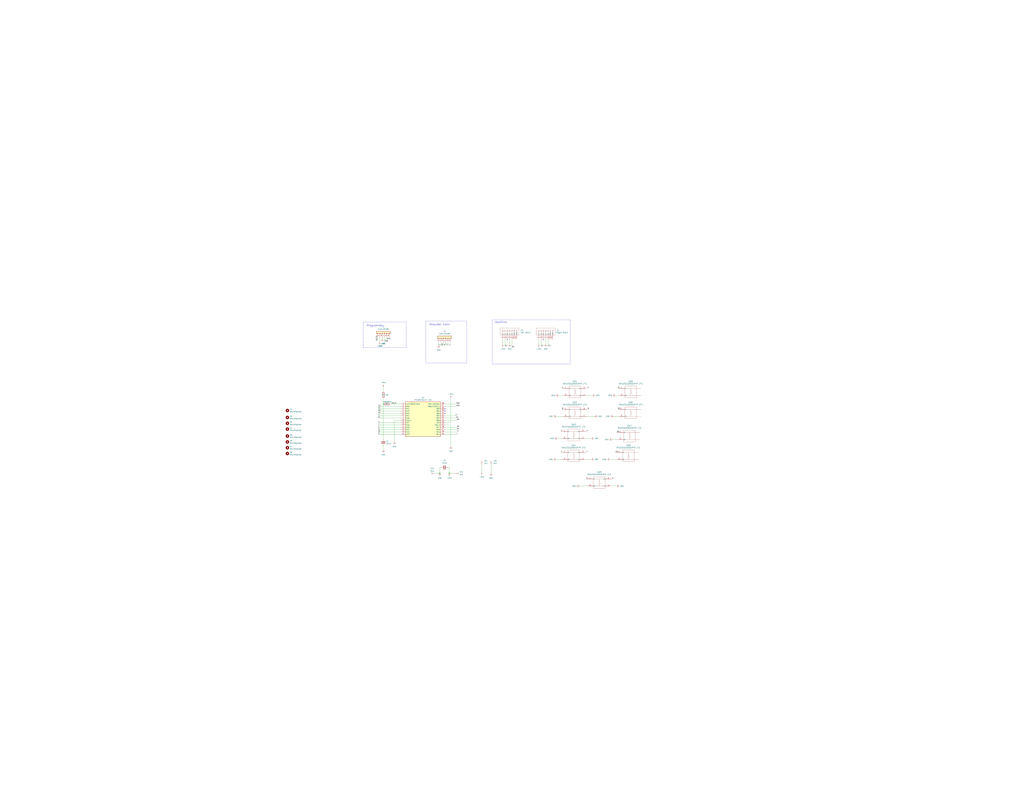
<source format=kicad_sch>
(kicad_sch (version 20230121) (generator eeschema)
  (paper "E")
  (title_block (title "GBoyGCPlus") (date "2024-02-18") (rev "1") (company "Seamus"))
  (lib_symbols
    (symbol "Connector:TestPoint" (pin_numbers hide) (pin_names (offset 0.762) hide)
      (property "Reference" "TP" (at 0 6.858 0))
      (property "Value" "TestPoint" (at 0 5.08 0))
      (symbol "TestPoint_0_1"
        (circle (center 0 3.302) (radius 0.762))
      )
      (symbol "TestPoint_1_1"
        (pin passive line (at 0 0 90) (length 2.54) (name "1") (number "1"))
      )
    )
    (symbol "Connector_Generic:Conn_01x06" (pin_names (offset 1.016) hide)
      (property "Reference" "J" (at 0 7.62 0))
      (property "Value" "Conn_01x06" (at 0 -10.16 0))
      (symbol "Conn_01x06_1_1"
        (rectangle (start -1.27 -7.493) (end 0 -7.747) (stroke (width 0.1524)))
        (rectangle (start -1.27 -4.953) (end 0 -5.207) (stroke (width 0.1524)))
        (rectangle (start -1.27 -2.413) (end 0 -2.667) (stroke (width 0.1524)))
        (rectangle (start -1.27 0.127) (end 0 -0.127) (stroke (width 0.1524)))
        (rectangle (start -1.27 2.667) (end 0 2.413) (stroke (width 0.1524)))
        (rectangle (start -1.27 5.207) (end 0 4.953) (stroke (width 0.1524)))
        (rectangle (start -1.27 6.35) (end 1.27 -8.89) (stroke (width 0.254)) (fill (type background)))
        (pin passive line (at -5.08 5.08 0) (length 3.81) (name "Pin_1") (number "1"))
        (pin passive line (at -5.08 2.54 0) (length 3.81) (name "Pin_2") (number "2"))
        (pin passive line (at -5.08 0 0) (length 3.81) (name "Pin_3") (number "3"))
        (pin passive line (at -5.08 -2.54 0) (length 3.81) (name "Pin_4") (number "4"))
        (pin passive line (at -5.08 -5.08 0) (length 3.81) (name "Pin_5") (number "5"))
        (pin passive line (at -5.08 -7.62 0) (length 3.81) (name "Pin_6") (number "6"))
      )
    )
    (symbol "Device:C" (pin_numbers hide) (pin_names (offset 0.254))
      (property "Reference" "C" (at 0.635 2.54 0))
      (property "Value" "C" (at 0.635 -2.54 0))
      (symbol "C_0_1"
        (polyline (pts (xy -2.032 -0.762) (xy 2.032 -0.762)) (stroke (width 0.508)))
        (polyline (pts (xy -2.032 0.762) (xy 2.032 0.762)) (stroke (width 0.508)))
      )
      (symbol "C_1_1"
        (pin passive line (at 0 3.81 270) (length 2.794) (name "~") (number "1"))
        (pin passive line (at 0 -3.81 90) (length 2.794) (name "~") (number "2"))
      )
    )
    (symbol "Device:R" (pin_numbers hide) (pin_names (offset 0))
      (property "Reference" "R" (at 2.032 0 90))
      (property "Value" "R" (at 0 0 90))
      (symbol "R_0_1"
        (rectangle (start -1.016 -2.54) (end 1.016 2.54) (stroke (width 0.254)))
      )
      (symbol "R_1_1"
        (pin passive line (at 0 3.81 270) (length 1.27) (name "~") (number "1"))
        (pin passive line (at 0 -3.81 90) (length 1.27) (name "~") (number "2"))
      )
    )
    (symbol "GCPlus:5051100592" (pin_names (offset 0.254))
      (property "Reference" "J" (at 8.89 6.35 0))
      (property "Value" "5051100592" (at 0 0 0))
      (symbol "5051100592_1_1"
        (polyline (pts (xy 5.08 -17.78) (xy 12.7 -17.78)) (stroke (width 0.127)))
        (polyline (pts (xy 5.08 2.54) (xy 5.08 -17.78)) (stroke (width 0.127)))
        (polyline (pts (xy 10.16 -15.24) (xy 5.08 -15.24)) (stroke (width 0.127)))
        (polyline (pts (xy 10.16 -15.24) (xy 8.89 -16.0867)) (stroke (width 0.127)))
        (polyline (pts (xy 10.16 -15.24) (xy 8.89 -14.3933)) (stroke (width 0.127)))
        (polyline (pts (xy 10.16 -12.7) (xy 5.08 -12.7)) (stroke (width 0.127)))
        (polyline (pts (xy 10.16 -12.7) (xy 8.89 -13.5467)) (stroke (width 0.127)))
        (polyline (pts (xy 10.16 -12.7) (xy 8.89 -11.8533)) (stroke (width 0.127)))
        (polyline (pts (xy 10.16 -10.16) (xy 5.08 -10.16)) (stroke (width 0.127)))
        (polyline (pts (xy 10.16 -10.16) (xy 8.89 -11.0067)) (stroke (width 0.127)))
        (polyline (pts (xy 10.16 -10.16) (xy 8.89 -9.3133)) (stroke (width 0.127)))
        (polyline (pts (xy 10.16 -7.62) (xy 5.08 -7.62)) (stroke (width 0.127)))
        (polyline (pts (xy 10.16 -7.62) (xy 8.89 -8.4667)) (stroke (width 0.127)))
        (polyline (pts (xy 10.16 -7.62) (xy 8.89 -6.7733)) (stroke (width 0.127)))
        (polyline (pts (xy 10.16 -5.08) (xy 5.08 -5.08)) (stroke (width 0.127)))
        (polyline (pts (xy 10.16 -5.08) (xy 8.89 -5.9267)) (stroke (width 0.127)))
        (polyline (pts (xy 10.16 -5.08) (xy 8.89 -4.2333)) (stroke (width 0.127)))
        (polyline (pts (xy 10.16 -2.54) (xy 5.08 -2.54)) (stroke (width 0.127)))
        (polyline (pts (xy 10.16 -2.54) (xy 8.89 -3.3867)) (stroke (width 0.127)))
        (polyline (pts (xy 10.16 -2.54) (xy 8.89 -1.6933)) (stroke (width 0.127)))
        (polyline (pts (xy 10.16 0) (xy 5.08 0)) (stroke (width 0.127)))
        (polyline (pts (xy 10.16 0) (xy 8.89 -0.8467)) (stroke (width 0.127)))
        (polyline (pts (xy 10.16 0) (xy 8.89 0.8467)) (stroke (width 0.127)))
        (polyline (pts (xy 12.7 -17.78) (xy 12.7 2.54)) (stroke (width 0.127)))
        (polyline (pts (xy 12.7 2.54) (xy 5.08 2.54)) (stroke (width 0.127)))
        (pin unspecified line (at 0 0 0) (length 5.08) (name "1") (number "1"))
        (pin unspecified line (at 0 -2.54 0) (length 5.08) (name "2") (number "2"))
        (pin unspecified line (at 0 -5.08 0) (length 5.08) (name "3") (number "3"))
        (pin unspecified line (at 0 -7.62 0) (length 5.08) (name "4") (number "4"))
        (pin unspecified line (at 0 -10.16 0) (length 5.08) (name "5") (number "5"))
        (pin unspecified line (at 0 -12.7 0) (length 5.08) (name "P1") (number "P1"))
        (pin unspecified line (at 0 -15.24 0) (length 5.08) (name "P2") (number "P2"))
      )
      (symbol "5051100592_1_2"
        (polyline (pts (xy 5.08 -17.78) (xy 12.7 -17.78)) (stroke (width 0.127)))
        (polyline (pts (xy 5.08 2.54) (xy 5.08 -17.78)) (stroke (width 0.127)))
        (polyline (pts (xy 7.62 -15.24) (xy 5.08 -15.24)) (stroke (width 0.127)))
        (polyline (pts (xy 7.62 -15.24) (xy 8.89 -16.0867)) (stroke (width 0.127)))
        (polyline (pts (xy 7.62 -15.24) (xy 8.89 -14.3933)) (stroke (width 0.127)))
        (polyline (pts (xy 7.62 -12.7) (xy 5.08 -12.7)) (stroke (width 0.127)))
        (polyline (pts (xy 7.62 -12.7) (xy 8.89 -13.5467)) (stroke (width 0.127)))
        (polyline (pts (xy 7.62 -12.7) (xy 8.89 -11.8533)) (stroke (width 0.127)))
        (polyline (pts (xy 7.62 -10.16) (xy 5.08 -10.16)) (stroke (width 0.127)))
        (polyline (pts (xy 7.62 -10.16) (xy 8.89 -11.0067)) (stroke (width 0.127)))
        (polyline (pts (xy 7.62 -10.16) (xy 8.89 -9.3133)) (stroke (width 0.127)))
        (polyline (pts (xy 7.62 -7.62) (xy 5.08 -7.62)) (stroke (width 0.127)))
        (polyline (pts (xy 7.62 -7.62) (xy 8.89 -8.4667)) (stroke (width 0.127)))
        (polyline (pts (xy 7.62 -7.62) (xy 8.89 -6.7733)) (stroke (width 0.127)))
        (polyline (pts (xy 7.62 -5.08) (xy 5.08 -5.08)) (stroke (width 0.127)))
        (polyline (pts (xy 7.62 -5.08) (xy 8.89 -5.9267)) (stroke (width 0.127)))
        (polyline (pts (xy 7.62 -5.08) (xy 8.89 -4.2333)) (stroke (width 0.127)))
        (polyline (pts (xy 7.62 -2.54) (xy 5.08 -2.54)) (stroke (width 0.127)))
        (polyline (pts (xy 7.62 -2.54) (xy 8.89 -3.3867)) (stroke (width 0.127)))
        (polyline (pts (xy 7.62 -2.54) (xy 8.89 -1.6933)) (stroke (width 0.127)))
        (polyline (pts (xy 7.62 0) (xy 5.08 0)) (stroke (width 0.127)))
        (polyline (pts (xy 7.62 0) (xy 8.89 -0.8467)) (stroke (width 0.127)))
        (polyline (pts (xy 7.62 0) (xy 8.89 0.8467)) (stroke (width 0.127)))
        (polyline (pts (xy 12.7 -17.78) (xy 12.7 2.54)) (stroke (width 0.127)))
        (polyline (pts (xy 12.7 2.54) (xy 5.08 2.54)) (stroke (width 0.127)))
        (pin unspecified line (at 0 0 0) (length 5.08) (name "1") (number "1"))
        (pin unspecified line (at 0 -2.54 0) (length 5.08) (name "2") (number "2"))
        (pin unspecified line (at 0 -5.08 0) (length 5.08) (name "3") (number "3"))
        (pin unspecified line (at 0 -7.62 0) (length 5.08) (name "4") (number "4"))
        (pin unspecified line (at 0 -10.16 0) (length 5.08) (name "5") (number "5"))
        (pin unspecified line (at 0 -12.7 0) (length 5.08) (name "P1") (number "P1"))
        (pin unspecified line (at 0 -15.24 0) (length 5.08) (name "P2") (number "P2"))
      )
    )
    (symbol "GCPlus:PIC18F25K42-I_SS"
      (property "Reference" "IC" (at 44.45 7.62 0))
      (property "Value" "PIC18F25K42-I_SS" (at 44.45 5.08 0))
      (symbol "PIC18F25K42-I_SS_1_1"
        (rectangle (start 5.08 2.54) (end 43.18 -35.56) (stroke (width 0.254)) (fill (type background)))
        (pin passive line (at 0 0 0) (length 5.08) (name "VPP/~{MCLR}/RE3") (number "1"))
        (pin passive line (at 0 -22.86 0) (length 5.08) (name "RA6") (number "10"))
        (pin passive line (at 0 -25.4 0) (length 5.08) (name "RC0") (number "11"))
        (pin passive line (at 0 -27.94 0) (length 5.08) (name "RC1") (number "12"))
        (pin passive line (at 0 -30.48 0) (length 5.08) (name "RC2") (number "13"))
        (pin passive line (at 0 -33.02 0) (length 5.08) (name "RC3") (number "14"))
        (pin passive line (at 48.26 -33.02 180) (length 5.08) (name "RC4") (number "15"))
        (pin passive line (at 48.26 -30.48 180) (length 5.08) (name "RC5") (number "16"))
        (pin passive line (at 48.26 -27.94 180) (length 5.08) (name "RC6") (number "17"))
        (pin passive line (at 48.26 -25.4 180) (length 5.08) (name "RC7") (number "18"))
        (pin passive line (at 48.26 -22.86 180) (length 5.08) (name "VSS_2") (number "19"))
        (pin passive line (at 0 -2.54 0) (length 5.08) (name "RA0") (number "2"))
        (pin passive line (at 48.26 -20.32 180) (length 5.08) (name "VDD") (number "20"))
        (pin passive line (at 48.26 -17.78 180) (length 5.08) (name "RB0") (number "21"))
        (pin passive line (at 48.26 -15.24 180) (length 5.08) (name "RB1") (number "22"))
        (pin passive line (at 48.26 -12.7 180) (length 5.08) (name "RB2") (number "23"))
        (pin passive line (at 48.26 -10.16 180) (length 5.08) (name "RB3") (number "24"))
        (pin passive line (at 48.26 -7.62 180) (length 5.08) (name "RB4") (number "25"))
        (pin passive line (at 48.26 -5.08 180) (length 5.08) (name "RB5") (number "26"))
        (pin passive line (at 48.26 -2.54 180) (length 5.08) (name "RB6/ICSPCLK") (number "27"))
        (pin passive line (at 48.26 0 180) (length 5.08) (name "RB7/ICSPDAT") (number "28"))
        (pin passive line (at 0 -5.08 0) (length 5.08) (name "RA1") (number "3"))
        (pin passive line (at 0 -7.62 0) (length 5.08) (name "RA2") (number "4"))
        (pin passive line (at 0 -10.16 0) (length 5.08) (name "RA3") (number "5"))
        (pin passive line (at 0 -12.7 0) (length 5.08) (name "RA4") (number "6"))
        (pin passive line (at 0 -15.24 0) (length 5.08) (name "RA5") (number "7"))
        (pin passive line (at 0 -17.78 0) (length 5.08) (name "VSS_1") (number "8"))
        (pin passive line (at 0 -20.32 0) (length 5.08) (name "RA7") (number "9"))
      )
    )
    (symbol "GCPlus:RKA2SGG055SMTR_LFS" (pin_names (offset 0.254))
      (property "Reference" "SW" (at 14.9225 8.255 0))
      (property "Value" "RKA2SGG055SMTR LFS" (at 35.56 5.08 0))
      (symbol "RKA2SGG055SMTR_LFS_0_1"
        (polyline (pts (xy 2.54 0) (xy 25.4 0)) (stroke (width 0.127)))
        (polyline (pts (xy 7.62 -10.16) (xy 20.32 -10.16)) (stroke (width 0.127)))
        (polyline (pts (xy 7.62 2.54) (xy 7.62 -10.16)) (stroke (width 0.127)))
        (polyline (pts (xy 13.97 -7.62) (xy 13.97 -5.3975)) (stroke (width 0.127)))
        (polyline (pts (xy 13.97 0) (xy 13.97 -2.2352)) (stroke (width 0.127)))
        (polyline (pts (xy 14.2875 -2.54) (xy 14.9225 -5.08)) (stroke (width 0.127)))
        (polyline (pts (xy 20.32 -10.16) (xy 20.32 2.54)) (stroke (width 0.127)))
        (polyline (pts (xy 20.32 2.54) (xy 7.62 2.54)) (stroke (width 0.127)))
        (polyline (pts (xy 25.4 -7.62) (xy 2.54 -7.62)) (stroke (width 0.127)))
        (circle (center 13.97 -5.08) (radius 0.3048) (stroke (width 0.127)))
        (circle (center 13.97 -2.54) (radius 0.3048) (stroke (width 0.127)))
        (pin unspecified line (at 0 0 0) (length 7.62) (name "1") (number "1"))
        (pin unspecified line (at 27.94 0 180) (length 7.62) (name "2") (number "2"))
        (pin unspecified line (at 0 -7.62 0) (length 7.62) (name "3") (number "3"))
        (pin unspecified line (at 27.94 -7.62 180) (length 7.62) (name "4") (number "4"))
      )
    )
    (symbol "Mechanical:MountingHole" (pin_names (offset 1.016))
      (property "Reference" "H" (at 0 5.08 0))
      (property "Value" "MountingHole" (at 0 3.175 0))
      (symbol "MountingHole_0_1"
        (circle (center 0 0) (radius 1.27) (stroke (width 1.27)))
      )
    )
    (symbol "RKA2SGG055SMTR_LFS_1" (pin_names (offset 0.254))
      (property "Reference" "SW5" (at 13.97 7.62 0))
      (property "Value" "RKA2SGG055SMTR LFS" (at 13.97 5.08 0))
      (symbol "RKA2SGG055SMTR_LFS_1_0_1"
        (polyline (pts (xy 2.54 0) (xy 25.4 0)) (stroke (width 0.127)))
        (polyline (pts (xy 7.62 -10.16) (xy 20.32 -10.16)) (stroke (width 0.127)))
        (polyline (pts (xy 7.62 2.54) (xy 7.62 -10.16)) (stroke (width 0.127)))
        (polyline (pts (xy 13.97 -7.62) (xy 13.97 -5.3975)) (stroke (width 0.127)))
        (polyline (pts (xy 13.97 0) (xy 13.97 -2.2352)) (stroke (width 0.127)))
        (polyline (pts (xy 14.2875 -2.54) (xy 14.9225 -5.08)) (stroke (width 0.127)))
        (polyline (pts (xy 20.32 -10.16) (xy 20.32 2.54)) (stroke (width 0.127)))
        (polyline (pts (xy 20.32 2.54) (xy 7.62 2.54)) (stroke (width 0.127)))
        (polyline (pts (xy 25.4 -7.62) (xy 2.54 -7.62)) (stroke (width 0.127)))
        (circle (center 13.97 -5.08) (radius 0.3048) (stroke (width 0.127)))
        (circle (center 13.97 -2.54) (radius 0.3048) (stroke (width 0.127)))
        (pin unspecified line (at 0 0 0) (length 7.62) (name "1") (number "1"))
        (pin unspecified line (at 0 -7.62 0) (length 7.62) (name "3") (number "3"))
      )
    )
    (symbol "RKA2SGG055SMTR_LFS_2" (pin_names (offset 0.254))
      (property "Reference" "SW6" (at 13.97 7.62 0))
      (property "Value" "RKA2SGG055SMTR LFS" (at 13.97 5.08 0))
      (symbol "RKA2SGG055SMTR_LFS_2_0_1"
        (polyline (pts (xy 2.54 0) (xy 25.4 0)) (stroke (width 0.127)))
        (polyline (pts (xy 7.62 -10.16) (xy 20.32 -10.16)) (stroke (width 0.127)))
        (polyline (pts (xy 7.62 2.54) (xy 7.62 -10.16)) (stroke (width 0.127)))
        (polyline (pts (xy 13.97 -7.62) (xy 13.97 -5.3975)) (stroke (width 0.127)))
        (polyline (pts (xy 13.97 0) (xy 13.97 -2.2352)) (stroke (width 0.127)))
        (polyline (pts (xy 14.2875 -2.54) (xy 14.9225 -5.08)) (stroke (width 0.127)))
        (polyline (pts (xy 20.32 -10.16) (xy 20.32 2.54)) (stroke (width 0.127)))
        (polyline (pts (xy 20.32 2.54) (xy 7.62 2.54)) (stroke (width 0.127)))
        (polyline (pts (xy 25.4 -7.62) (xy 2.54 -7.62)) (stroke (width 0.127)))
        (circle (center 13.97 -5.08) (radius 0.3048) (stroke (width 0.127)))
        (circle (center 13.97 -2.54) (radius 0.3048) (stroke (width 0.127)))
        (pin unspecified line (at 0 0 0) (length 7.62) (name "1") (number "1"))
        (pin unspecified line (at 0 -7.62 0) (length 7.62) (name "3") (number "3"))
      )
    )
    (symbol "RKA2SGG055SMTR_LFS_3" (pin_names (offset 0.254))
      (property "Reference" "SW7" (at 13.97 7.62 0))
      (property "Value" "RKA2SGG055SMTR LFS" (at 13.97 5.08 0))
      (symbol "RKA2SGG055SMTR_LFS_3_0_1"
        (polyline (pts (xy 2.54 0) (xy 25.4 0)) (stroke (width 0.127)))
        (polyline (pts (xy 7.62 -10.16) (xy 20.32 -10.16)) (stroke (width 0.127)))
        (polyline (pts (xy 7.62 2.54) (xy 7.62 -10.16)) (stroke (width 0.127)))
        (polyline (pts (xy 13.97 -7.62) (xy 13.97 -5.3975)) (stroke (width 0.127)))
        (polyline (pts (xy 13.97 0) (xy 13.97 -2.2352)) (stroke (width 0.127)))
        (polyline (pts (xy 14.2875 -2.54) (xy 14.9225 -5.08)) (stroke (width 0.127)))
        (polyline (pts (xy 20.32 -10.16) (xy 20.32 2.54)) (stroke (width 0.127)))
        (polyline (pts (xy 20.32 2.54) (xy 7.62 2.54)) (stroke (width 0.127)))
        (polyline (pts (xy 25.4 -7.62) (xy 2.54 -7.62)) (stroke (width 0.127)))
        (circle (center 13.97 -5.08) (radius 0.3048) (stroke (width 0.127)))
        (circle (center 13.97 -2.54) (radius 0.3048) (stroke (width 0.127)))
        (pin unspecified line (at 0 0 0) (length 7.62) (name "1") (number "1"))
        (pin unspecified line (at 0 -7.62 0) (length 7.62) (name "3") (number "3"))
      )
    )
    (symbol "RKA2SGG055SMTR_LFS_4" (pin_names (offset 0.254))
      (property "Reference" "SW8" (at 13.97 7.62 0))
      (property "Value" "RKA2SGG055SMTR LFS" (at 13.97 5.08 0))
      (symbol "RKA2SGG055SMTR_LFS_4_0_1"
        (polyline (pts (xy 2.54 0) (xy 25.4 0)) (stroke (width 0.127)))
        (polyline (pts (xy 7.62 -10.16) (xy 20.32 -10.16)) (stroke (width 0.127)))
        (polyline (pts (xy 7.62 2.54) (xy 7.62 -10.16)) (stroke (width 0.127)))
        (polyline (pts (xy 13.97 -7.62) (xy 13.97 -5.3975)) (stroke (width 0.127)))
        (polyline (pts (xy 13.97 0) (xy 13.97 -2.2352)) (stroke (width 0.127)))
        (polyline (pts (xy 14.2875 -2.54) (xy 14.9225 -5.08)) (stroke (width 0.127)))
        (polyline (pts (xy 20.32 -10.16) (xy 20.32 2.54)) (stroke (width 0.127)))
        (polyline (pts (xy 20.32 2.54) (xy 7.62 2.54)) (stroke (width 0.127)))
        (polyline (pts (xy 25.4 -7.62) (xy 2.54 -7.62)) (stroke (width 0.127)))
        (circle (center 13.97 -5.08) (radius 0.3048) (stroke (width 0.127)))
        (circle (center 13.97 -2.54) (radius 0.3048) (stroke (width 0.127)))
        (pin unspecified line (at 0 0 0) (length 7.62) (name "1") (number "1"))
        (pin unspecified line (at 0 -7.62 0) (length 7.62) (name "3") (number "3"))
      )
    )
    (symbol "power:+3V3" (power) (pin_names (offset 0))
      (property "Value" "+3V3" (at 0 3.556 0))
      (symbol "+3V3_0_1"
        (polyline (pts (xy -0.762 1.27) (xy 0 2.54)))
        (polyline (pts (xy 0 0) (xy 0 2.54)))
        (polyline (pts (xy 0 2.54) (xy 0.762 1.27)))
      )
      (symbol "+3V3_1_1"
        (pin power_in line (at 0 0 90) (length 0) hide (name "+3V3") (number "1"))
      )
    )
    (symbol "power:GND" (power) (pin_names (offset 0))
      (property "Value" "GND" (at 0 -3.81 0))
      (symbol "GND_0_1"
        (polyline (pts (xy 0 0) (xy 0 -1.27) (xy 1.27 -1.27) (xy 0 -2.54) (xy -1.27 -1.27) (xy 0 -1.27)))
      )
      (symbol "GND_1_1"
        (pin power_in line (at 0 0 270) (length 0) hide (name "GND") (number "1"))
      )
    )
  )
  (junction (at 418.465 441.325))
  (junction (at 490.22 516.89))
  (junction (at 480.06 516.89))
  (no_connect (at 485.775 448.945))
  (no_connect (at 593.09 370.84))
  (no_connect (at 485.775 446.405))
  (no_connect (at 553.72 370.84))
  (no_connect (at 485.775 451.485))
  (wire (pts (xy 640.08 501.65) (xy 645.16 501.65)))
  (wire (pts (xy 588.01 370.84) (xy 588.01 375.92)))
  (wire (pts (xy 412.75 443.865) (xy 437.515 443.865)))
  (wire (pts (xy 412.115 368.3) (xy 412.115 372.11)))
  (polyline (pts (xy 509.27 396.24) (xy 509.27 350.52)) (stroke (width 0) (type dash)))
  (wire (pts (xy 590.55 370.84) (xy 590.55 378.46)))
  (wire (pts (xy 488.95 510.54) (xy 490.22 510.54)))
  (polyline (pts (xy 396.24 351.79) (xy 443.23 351.79)) (stroke (width 0) (type dash)))
  (wire (pts (xy 485.775 459.105) (xy 498.475 459.105)))
  (wire (pts (xy 414.655 368.3) (xy 414.655 373.38)))
  (wire (pts (xy 485.775 441.325) (xy 497.84 441.325)))
  (wire (pts (xy 551.18 370.84) (xy 551.18 378.46)))
  (wire (pts (xy 412.75 451.485) (xy 437.515 451.485)))
  (wire (pts (xy 641.35 431.8) (xy 646.43 431.8)))
  (wire (pts (xy 412.75 466.725) (xy 437.515 466.725)))
  (wire (pts (xy 485.775 454.025) (xy 497.205 454.025)))
  (wire (pts (xy 418.465 487.045) (xy 418.465 491.49)))
  (wire (pts (xy 480.06 510.54) (xy 480.06 516.89)))
  (wire (pts (xy 474.98 516.89) (xy 480.06 516.89)))
  (wire (pts (xy 418.465 441.325) (xy 418.465 479.425)))
  (polyline (pts (xy 491.49 350.52) (xy 464.82 350.52)) (stroke (width 0) (type dash)))
  (wire (pts (xy 412.75 471.805) (xy 437.515 471.805)))
  (wire (pts (xy 609.6 431.8) (xy 613.41 431.8)))
  (wire (pts (xy 595.63 370.84) (xy 595.63 375.92)))
  (wire (pts (xy 483.87 373.38) (xy 483.87 377.19)))
  (wire (pts (xy 485.775 461.645) (xy 492.125 461.645)))
  (wire (pts (xy 485.775 456.565) (xy 497.84 456.565)))
  (polyline (pts (xy 443.23 379.73) (xy 396.24 379.73)) (stroke (width 0) (type dash)))
  (wire (pts (xy 558.8 370.84) (xy 558.8 379.73)))
  (wire (pts (xy 488.95 373.38) (xy 488.95 377.19)))
  (wire (pts (xy 485.775 474.345) (xy 498.475 474.345)))
  (polyline (pts (xy 443.23 376.555) (xy 443.23 379.73)) (stroke (width 0) (type dash)))
  (polyline (pts (xy 622.3 397.51) (xy 537.21 397.51)) (stroke (width 0) (type dash)))
  (wire (pts (xy 485.775 466.725) (xy 498.475 466.725)))
  (wire (pts (xy 412.75 474.345) (xy 437.515 474.345)))
  (wire (pts (xy 607.06 454.66) (xy 613.41 454.66)))
  (wire (pts (xy 632.46 530.86) (xy 640.08 530.86)))
  (wire (pts (xy 607.06 501.65) (xy 612.14 501.65)))
  (wire (pts (xy 491.49 373.38) (xy 491.49 377.19)))
  (polyline (pts (xy 396.24 376.555) (xy 396.24 379.73)) (stroke (width 0) (type dash)))
  (wire (pts (xy 412.75 456.565) (xy 437.515 456.565)))
  (wire (pts (xy 665.48 501.65) (xy 671.83 501.65)))
  (wire (pts (xy 598.17 370.84) (xy 598.17 378.46)))
  (wire (pts (xy 668.02 530.86) (xy 673.1 530.86)))
  (wire (pts (xy 640.08 478.79) (xy 645.16 478.79)))
  (wire (pts (xy 422.275 368.3) (xy 422.275 370.84)))
  (wire (pts (xy 417.195 368.3) (xy 417.195 370.205)))
  (wire (pts (xy 485.775 471.805) (xy 498.475 471.805)))
  (wire (pts (xy 486.41 373.38) (xy 486.41 377.19)))
  (wire (pts (xy 548.64 370.84) (xy 548.64 375.92)))
  (polyline (pts (xy 443.23 351.79) (xy 443.23 373.38)) (stroke (width 0) (type dash)))
  (wire (pts (xy 418.465 422.91) (xy 418.465 427.355)))
  (polyline (pts (xy 443.23 373.38) (xy 443.23 376.555)) (stroke (width 0) (type dash)))
  (wire (pts (xy 492.125 464.185) (xy 492.125 487.68)))
  (wire (pts (xy 485.775 464.185) (xy 492.125 464.185)))
  (wire (pts (xy 608.33 478.79) (xy 612.14 478.79)))
  (wire (pts (xy 535.94 508) (xy 535.94 516.89)))
  (wire (pts (xy 430.53 459.105) (xy 430.53 482.6)))
  (wire (pts (xy 412.75 448.945) (xy 437.515 448.945)))
  (wire (pts (xy 490.22 516.89) (xy 496.57 516.89)))
  (wire (pts (xy 412.75 469.265) (xy 437.515 469.265)))
  (wire (pts (xy 641.35 454.66) (xy 648.97 454.66)))
  (wire (pts (xy 481.33 373.38) (xy 481.33 377.19)))
  (polyline (pts (xy 396.24 351.79) (xy 396.24 373.38)) (stroke (width 0) (type dash)))
  (wire (pts (xy 671.83 431.8) (xy 674.37 431.8)))
  (wire (pts (xy 525.78 508) (xy 525.78 515.62)))
  (wire (pts (xy 412.75 454.025) (xy 437.515 454.025)))
  (polyline (pts (xy 491.49 350.52) (xy 509.27 350.52)) (stroke (width 0) (type dash)))
  (wire (pts (xy 412.75 461.645) (xy 437.515 461.645)))
  (polyline (pts (xy 464.82 350.52) (xy 464.82 396.24)) (stroke (width 0) (type dash)))
  (wire (pts (xy 412.75 446.405) (xy 437.515 446.405)))
  (wire (pts (xy 556.26 370.84) (xy 556.26 375.92)))
  (wire (pts (xy 481.33 510.54) (xy 480.06 510.54)))
  (wire (pts (xy 490.22 510.54) (xy 490.22 516.89)))
  (wire (pts (xy 668.02 480.06) (xy 673.1 480.06)))
  (wire (pts (xy 485.775 443.865) (xy 497.84 443.865)))
  (polyline (pts (xy 622.3 349.25) (xy 622.3 397.51)) (stroke (width 0) (type dash)))
  (wire (pts (xy 412.75 464.185) (xy 437.515 464.185)))
  (wire (pts (xy 478.79 373.38) (xy 478.79 377.19)))
  (polyline (pts (xy 537.21 349.25) (xy 622.3 349.25)) (stroke (width 0) (type dash)))
  (polyline (pts (xy 464.82 396.24) (xy 509.27 396.24)) (stroke (width 0) (type dash)))
  (wire (pts (xy 485.775 469.265) (xy 498.475 469.265)))
  (wire (pts (xy 437.515 459.105) (xy 430.53 459.105)))
  (polyline (pts (xy 537.21 349.25) (xy 537.21 397.51)) (stroke (width 0) (type dash)))
  (wire (pts (xy 426.085 441.325) (xy 437.515 441.325)))
  (wire (pts (xy 419.735 368.3) (xy 419.735 373.38)))
  (wire (pts (xy 492.125 434.975) (xy 492.125 461.645)))
  (wire (pts (xy 418.465 434.975) (xy 418.465 441.325)))
  (wire (pts (xy 669.29 454.66) (xy 674.37 454.66)))
  (polyline (pts (xy 396.24 373.38) (xy 396.24 376.555)) (stroke (width 0) (type dash)))
  (text "Programmer" (at 400.05 356.87 0) (effects (font (size 2 2)) (justify left bottom)))
  (text "Joysticks\n" (at 539.75 353.06 0) (effects (font (size 2 2)) (justify left bottom)))
  (text "Shoulder Conn\n" (at 468.63 355.6 0) (effects (font (size 2 2)) (justify left bottom)))
  (label "DU" (at 498.475 469.265 0))
  (label "S" (at 668.02 523.24 0))
  (label "SY" (at 551.18 378.46 0))
  (label "DU" (at 671.83 494.03 0))
  (label "R" (at 412.75 474.345 0))
  (label "CY" (at 590.55 378.46 0))
  (label "B" (at 641.35 447.04 0))
  (label "RT" (at 412.75 471.805 0))
  (label "SX" (at 558.8 379.73 0))
  (label "Z" (at 412.75 466.725 0))
  (label "DL" (at 674.37 424.18 0))
  (label "X" (at 412.75 461.645 0))
  (label "PGD" (at 419.735 373.38 0))
  (label "DL" (at 497.84 456.565 0))
  (label "CX" (at 598.17 378.46 0))
  (label "L" (at 491.49 377.19 90))
  (label "A" (at 641.35 424.18 0))
  (label "DD" (at 498.475 466.725 0))
  (label "Y" (at 612.14 494.03 0))
  (label "PGC" (at 422.275 370.84 0))
  (label "S" (at 640.08 523.24 0))
  (label "PGC" (at 497.84 443.865 0))
  (label "LT" (at 488.95 377.19 90))
  (label "DR" (at 498.475 459.105 0))
  (label "L" (at 498.475 474.345 0))
  (label "MCLR" (at 427.355 441.325 0))
  (label "PGD" (at 497.84 441.325 0))
  (label "LT" (at 498.475 471.805 0))
  (label "Y" (at 640.08 494.03 0))
  (label "D" (at 497.205 454.025 0))
  (label "SY" (at 412.75 451.485 0))
  (label "A" (at 613.41 424.18 0))
  (label "R" (at 486.41 377.19 90))
  (label "SX" (at 412.75 448.945 0))
  (label "X" (at 612.14 471.17 0))
  (label "MCLR" (at 412.115 372.11 90))
  (label "S" (at 412.75 469.265 0))
  (label "RT" (at 483.87 377.19 90))
  (label "DD" (at 673.1 472.44 0))
  (label "Y" (at 412.75 464.185 0))
  (label "B" (at 412.75 456.565 0))
  (label "CX" (at 412.75 443.865 0))
  (label "CY" (at 412.75 446.405 0))
  (label "Z" (at 481.33 377.19 90))
  (label "B" (at 613.41 447.04 0))
  (label "DR" (at 674.37 447.04 0))
  (label "A" (at 412.75 454.025 0))
  (label "X" (at 640.08 471.17 0))
  (symbol (lib_id "power:GND") (at 632.46 530.86 270) (unit 1)
    (property "Reference" "#PWR031" (effects hide))
    (property "Value" "GND" (at 628.65 530.86 90) (effects (justify right)))
  )
  (symbol (lib_id "GCPlus:RKA2SGG055SMTR_LFS") (at 613.41 447.04 0) (unit 1)
    (property "Reference" "SW2" (at 627.38 439.42 0) (effects (font (size 1.524 1.524))))
    (property "Value" "RKA2SGG055SMTR LFS" (at 627.38 441.96 0) (effects (font (size 1.524 1.524))))
    (property "Footprint" "footprints:ABXY" (effects hide))
    (property "Datasheet" "RKA2SGG055SMTR LFS" (effects hide))
  )
  (symbol (lib_id "GCPlus:5051100592") (at 588.01 370.84 90) (unit 1)
    (property "Reference" "J4" (at 607.06 360.68 90) (effects (font (size 1.524 1.524)) (justify right)))
    (property "Value" "Right Stick" (at 607.06 363.22 90) (effects (font (size 1.524 1.524)) (justify right)))
    (property "Footprint" "footprints:CON_5051100592_MOL" (effects hide))
    (property "Datasheet" "5051100592" (effects hide))
  )
  (symbol (lib_id "Connector:TestPoint") (at 525.78 508 0) (unit 1)
    (property "Reference" "TP4" (at 528.32 503.428 0) (effects (justify left)))
    (property "Value" "3v3" (at 528.32 505.968 0) (effects (justify left)))
    (property "Footprint" "TestPoint:TestPoint_Pad_D1.0mm" (effects hide))
  )
  (symbol (lib_id "power:GND") (at 492.125 487.68 0) (unit 1)
    (property "Reference" "#PWR011" (effects hide))
    (property "Value" "GND" (at 492.125 492.76 0))
  )
  (symbol (lib_id "power:GND") (at 417.195 370.205 0) (unit 1)
    (property "Reference" "#PWR01" (effects hide))
    (property "Value" "GND" (at 418.465 375.285 0))
  )
  (symbol (lib_id "Mechanical:MountingHole") (at 313.69 482.6 0) (unit 1)
    (property "Reference" "H6" (at 316.23 481.33 0) (effects (justify left)))
    (property "Value" "MountingHole" (at 316.23 483.87 0) (effects (justify left)))
    (property "Footprint" "MountingHole:MountingHole_2.2mm_M2" (effects hide))
  )
  (symbol (lib_id "Mechanical:MountingHole") (at 313.69 476.25 0) (unit 1)
    (property "Reference" "H5" (at 316.23 474.98 0) (effects (justify left)))
    (property "Value" "MountingHole" (at 316.23 477.52 0) (effects (justify left)))
    (property "Footprint" "MountingHole:MountingHole_2.2mm_M2" (effects hide))
  )
  (symbol (lib_id "power:GND") (at 609.6 431.8 270) (unit 1)
    (property "Reference" "#PWR015" (effects hide))
    (property "Value" "GND" (at 605.79 431.8 90) (effects (justify right)))
  )
  (symbol (lib_id "Mechanical:MountingHole") (at 313.69 488.95 0) (unit 1)
    (property "Reference" "H7" (at 316.23 487.68 0) (effects (justify left)))
    (property "Value" "MountingHole" (at 316.23 490.22 0) (effects (justify left)))
    (property "Footprint" "MountingHole:MountingHole_2.2mm_M2" (effects hide))
  )
  (symbol (lib_id "power:GND") (at 645.16 501.65 90) (unit 1)
    (property "Reference" "#PWR022" (effects hide))
    (property "Value" "GND" (at 648.97 501.65 90) (effects (justify right)))
  )
  (symbol (lib_id "Connector:TestPoint") (at 496.57 516.89 270) (unit 1)
    (property "Reference" "TP2" (at 501.65 515.62 90) (effects (justify left)))
    (property "Value" "3v3" (at 501.65 518.16 90) (effects (justify left)))
    (property "Footprint" "TestPoint:TestPoint_Pad_D1.0mm" (effects hide))
  )
  (symbol (lib_id "Mechanical:MountingHole") (at 313.69 468.63 0) (unit 1)
    (property "Reference" "H4" (at 316.23 467.36 0) (effects (justify left)))
    (property "Value" "MountingHole" (at 316.23 469.9 0) (effects (justify left)))
    (property "Footprint" "MountingHole:MountingHole_2.2mm_M2" (effects hide))
  )
  (symbol (lib_id "Device:C") (at 485.14 510.54 90) (unit 1)
    (property "Reference" "C2" (at 485.14 502.92 90))
    (property "Value" "0.1uf" (at 485.14 505.46 90))
    (property "Footprint" "Capacitor_SMD:C_0402_1005Metric" (effects hide))
  )
  (symbol (lib_id "Mechanical:MountingHole") (at 313.69 462.28 0) (unit 1)
    (property "Reference" "H3" (at 316.23 461.01 0) (effects (justify left)))
    (property "Value" "MountingHole" (at 316.23 463.55 0) (effects (justify left)))
    (property "Footprint" "MountingHole:MountingHole_2.2mm_M2" (effects hide))
  )
  (symbol (lib_id "power:+3V3") (at 588.01 375.92 180) (unit 1)
    (property "Reference" "#PWR09" (effects hide))
    (property "Value" "+3V3" (at 588.01 381 0))
  )
  (symbol (lib_id "power:GND") (at 673.1 530.86 90) (unit 1)
    (property "Reference" "#PWR032" (effects hide))
    (property "Value" "GND" (at 676.91 530.86 90) (effects (justify right)))
  )
  (symbol (lib_id "power:+3V3") (at 492.125 434.975 0) (unit 1)
    (property "Reference" "#PWR010" (effects hide))
    (property "Value" "+3V3" (at 492.125 430.53 0))
  )
  (symbol (lib_name "RKA2SGG055SMTR_LFS_4") (lib_id "GCPlus:RKA2SGG055SMTR_LFS") (at 671.83 494.03 0) (unit 1)
    (property "Reference" "SW8" (at 685.8 486.41 0) (effects (font (size 1.524 1.524))))
    (property "Value" "RKA2SGG055SMTR LFS" (at 685.8 488.95 0) (effects (font (size 1.524 1.524))))
    (property "Footprint" "GCPlus:DPAD" (effects hide))
    (property "Datasheet" "RKA2SGG055SMTR LFS" (effects hide))
  )
  (symbol (lib_id "power:+3V3") (at 418.465 422.91 0) (unit 1)
    (property "Reference" "#PWR03" (effects hide))
    (property "Value" "+3V3" (at 418.465 417.83 0))
  )
  (symbol (lib_id "power:+3V3") (at 414.655 373.38 180) (unit 1)
    (property "Reference" "#PWR02" (effects hide))
    (property "Value" "+3V3" (at 414.655 377.825 0))
  )
  (symbol (lib_id "power:GND") (at 608.33 478.79 270) (unit 1)
    (property "Reference" "#PWR019" (effects hide))
    (property "Value" "GND" (at 604.52 478.79 90) (effects (justify right)))
  )
  (symbol (lib_id "GCPlus:RKA2SGG055SMTR_LFS") (at 640.08 523.24 0) (unit 1)
    (property "Reference" "SW9" (at 654.05 515.62 0) (effects (font (size 1.524 1.524))))
    (property "Value" "RKA2SGG055SMTR LFS" (at 654.05 518.16 0) (effects (font (size 1.524 1.524))))
    (property "Footprint" "GCPlus:RKA2SG_CNK-L" (effects hide))
    (property "Datasheet" "RKA2SGG055SMTR LFS" (effects hide))
  )
  (symbol (lib_id "Mechanical:MountingHole") (at 313.69 495.3 0) (unit 1)
    (property "Reference" "H8" (at 316.23 494.03 0) (effects (justify left)))
    (property "Value" "MountingHole" (at 316.23 496.57 0) (effects (justify left)))
    (property "Footprint" "MountingHole:MountingHole_2.2mm_M2" (effects hide))
  )
  (symbol (lib_id "power:GND") (at 478.79 377.19 0) (unit 1)
    (property "Reference" "#PWR05" (effects hide))
    (property "Value" "GND" (at 478.79 382.27 0))
  )
  (symbol (lib_id "power:GND") (at 556.26 375.92 0) (unit 1)
    (property "Reference" "#PWR06" (effects hide))
    (property "Value" "GND" (at 556.26 381 0))
  )
  (symbol (lib_id "power:GND") (at 648.97 454.66 90) (unit 1)
    (property "Reference" "#PWR018" (effects hide))
    (property "Value" "GND" (at 652.78 454.66 90) (effects (justify right)))
  )
  (symbol (lib_id "GCPlus:RKA2SGG055SMTR_LFS") (at 612.14 494.03 0) (unit 1)
    (property "Reference" "SW4" (at 626.11 486.41 0) (effects (font (size 1.524 1.524))))
    (property "Value" "RKA2SGG055SMTR LFS" (at 626.11 488.95 0) (effects (font (size 1.524 1.524))))
    (property "Footprint" "footprints:ABXY" (effects hide))
    (property "Datasheet" "RKA2SGG055SMTR LFS" (effects hide))
  )
  (symbol (lib_id "power:GND") (at 645.16 478.79 90) (unit 1)
    (property "Reference" "#PWR020" (effects hide))
    (property "Value" "GND" (at 648.97 478.79 90) (effects (justify right)))
  )
  (symbol (lib_name "RKA2SGG055SMTR_LFS_2") (lib_id "GCPlus:RKA2SGG055SMTR_LFS") (at 674.37 447.04 0) (unit 1)
    (property "Reference" "SW6" (at 688.34 439.42 0) (effects (font (size 1.524 1.524))))
    (property "Value" "RKA2SGG055SMTR LFS" (at 688.34 441.96 0) (effects (font (size 1.524 1.524))))
    (property "Footprint" "GCPlus:DPAD" (effects hide))
    (property "Datasheet" "RKA2SGG055SMTR LFS" (effects hide))
  )
  (symbol (lib_id "power:+3V3") (at 490.22 516.89 180) (unit 1)
    (property "Reference" "#PWR034" (effects hide))
    (property "Value" "+3V3" (at 490.22 521.97 0))
  )
  (symbol (lib_id "power:GND") (at 671.83 431.8 270) (unit 1)
    (property "Reference" "#PWR023" (effects hide))
    (property "Value" "GND" (at 668.02 431.8 90) (effects (justify right)))
  )
  (symbol (lib_id "GCPlus:PIC18F25K42-I_SS") (at 437.515 441.325 0) (unit 1)
    (property "Reference" "IC1" (at 461.645 434.34 0))
    (property "Value" "PIC18F25K42-I_SS" (at 461.645 436.88 0))
    (property "Footprint" "GCPlus:SOP65P780X200-28N" (effects hide))
    (property "Datasheet" "http://ww1.microchip.com/downloads/en/DeviceDoc/PIC18LF24-25K42-Data-Sheet-40001869D.pdf" (effects hide))
    (property "Height" "2" (effects hide))
    (property "Mouser Part Number" "579-PIC18F25K42-I/SS" (effects hide))
    (property "Mouser Price/Stock" "https://www.mouser.co.uk/ProductDetail/Microchip-Technology/PIC18F25K42-I-SS?qs=IP4CA2YhK0Cjq3w4lti5Ig%3D%3D" (effects hide))
    (property "Manufacturer_Name" "Microchip" (effects hide))
    (property "Manufacturer_Part_Number" "PIC18F25K42-I/SS" (effects hide))
  )
  (symbol (lib_id "Device:R") (at 422.275 441.325 90) (unit 1)
    (property "Reference" "R2" (at 422.275 441.325 90))
    (property "Value" "1000Ohm" (at 422.91 438.785 90))
    (property "Footprint" "Resistor_SMD:R_0402_1005Metric" (effects hide))
  )
  (symbol (lib_id "GCPlus:RKA2SGG055SMTR_LFS") (at 612.14 471.17 0) (unit 1)
    (property "Reference" "SW3" (at 626.11 463.55 0) (effects (font (size 1.524 1.524))))
    (property "Value" "RKA2SGG055SMTR LFS" (at 626.11 466.09 0) (effects (font (size 1.524 1.524))))
    (property "Footprint" "footprints:ABXY" (effects hide))
    (property "Datasheet" "RKA2SGG055SMTR LFS" (effects hide))
  )
  (symbol (lib_id "power:GND") (at 607.06 501.65 270) (unit 1)
    (property "Reference" "#PWR021" (effects hide))
    (property "Value" "GND" (at 603.25 501.65 90) (effects (justify right)))
  )
  (symbol (lib_name "RKA2SGG055SMTR_LFS_1") (lib_id "GCPlus:RKA2SGG055SMTR_LFS") (at 674.37 424.18 0) (unit 1)
    (property "Reference" "SW5" (at 688.34 416.56 0) (effects (font (size 1.524 1.524))))
    (property "Value" "RKA2SGG055SMTR LFS" (at 688.34 419.1 0) (effects (font (size 1.524 1.524))))
    (property "Footprint" "GCPlus:DPAD" (effects hide))
    (property "Datasheet" "RKA2SGG055SMTR LFS" (effects hide))
  )
  (symbol (lib_id "power:GND") (at 669.29 454.66 270) (unit 1)
    (property "Reference" "#PWR025" (effects hide))
    (property "Value" "GND" (at 665.48 454.66 90) (effects (justify right)))
  )
  (symbol (lib_id "power:GND") (at 430.53 482.6 0) (unit 1)
    (property "Reference" "#PWR04" (effects hide))
    (property "Value" "GND" (at 430.53 487.68 0))
  )
  (symbol (lib_id "Connector_Generic:Conn_01x06") (at 417.195 363.22 90) (unit 1)
    (property "Reference" "J1" (at 418.465 356.87 90))
    (property "Value" "Conn_01x06" (at 418.465 359.41 90))
    (property "Footprint" "Connector_PinSocket_1.27mm:PinSocket_1x06_P1.27mm_Vertical" (effects hide))
  )
  (symbol (lib_id "power:+3V3") (at 525.78 515.62 180) (unit 1)
    (property "Reference" "#PWR035" (effects hide))
    (property "Value" "+3V3" (at 525.78 520.7 0))
  )
  (symbol (lib_id "Mechanical:MountingHole") (at 313.69 448.31 0) (unit 1)
    (property "Reference" "H1" (at 316.23 447.04 0) (effects (justify left)))
    (property "Value" "MountingHole" (at 316.23 449.58 0) (effects (justify left)))
    (property "Footprint" "MountingHole:MountingHole_2.2mm_M2" (effects hide))
  )
  (symbol (lib_id "power:+3V3") (at 548.64 375.92 180) (unit 1)
    (property "Reference" "#PWR07" (effects hide))
    (property "Value" "+3V3" (at 548.64 381 0))
  )
  (symbol (lib_id "power:GND") (at 418.465 491.49 0) (unit 1)
    (property "Reference" "#PWR012" (effects hide))
    (property "Value" "GND" (at 418.465 496.57 0))
  )
  (symbol (lib_id "Device:R") (at 418.465 431.165 0) (unit 1)
    (property "Reference" "R1" (at 417.195 431.165 0) (effects (justify left)))
    (property "Value" "10k" (at 420.37 431.165 0) (effects (justify left)))
    (property "Footprint" "Resistor_SMD:R_0402_1005Metric" (effects hide))
  )
  (symbol (lib_id "power:GND") (at 535.94 516.89 0) (unit 1)
    (property "Reference" "#PWR036" (effects hide))
    (property "Value" "GND" (at 535.94 521.97 0))
  )
  (symbol (lib_id "GCPlus:5051100592") (at 548.64 370.84 90) (unit 1)
    (property "Reference" "J3" (at 567.69 360.68 90) (effects (font (size 1.524 1.524)) (justify right)))
    (property "Value" "Left Stick" (at 567.69 363.22 90) (effects (font (size 1.524 1.524)) (justify right)))
    (property "Footprint" "footprints:CON_5051100592_MOL" (effects hide))
    (property "Datasheet" "5051100592" (effects hide))
  )
  (symbol (lib_id "Mechanical:MountingHole") (at 313.69 455.93 0) (unit 1)
    (property "Reference" "H2" (at 316.23 454.66 0) (effects (justify left)))
    (property "Value" "MountingHole" (at 316.23 457.2 0) (effects (justify left)))
    (property "Footprint" "MountingHole:MountingHole_2.2mm_M2" (effects hide))
  )
  (symbol (lib_name "RKA2SGG055SMTR_LFS_3") (lib_id "GCPlus:RKA2SGG055SMTR_LFS") (at 673.1 472.44 0) (unit 1)
    (property "Reference" "SW7" (at 687.07 464.82 0) (effects (font (size 1.524 1.524))))
    (property "Value" "RKA2SGG055SMTR LFS" (at 687.07 467.36 0) (effects (font (size 1.524 1.524))))
    (property "Footprint" "GCPlus:DPAD" (effects hide))
    (property "Datasheet" "RKA2SGG055SMTR LFS" (effects hide))
  )
  (symbol (lib_id "power:GND") (at 480.06 516.89 0) (unit 1)
    (property "Reference" "#PWR033" (effects hide))
    (property "Value" "GND" (at 480.06 521.97 0))
  )
  (symbol (lib_id "power:GND") (at 595.63 375.92 0) (unit 1)
    (property "Reference" "#PWR08" (effects hide))
    (property "Value" "GND" (at 595.63 381 0))
  )
  (symbol (lib_id "power:GND") (at 665.48 501.65 270) (unit 1)
    (property "Reference" "#PWR029" (effects hide))
    (property "Value" "GND" (at 661.67 501.65 90) (effects (justify right)))
  )
  (symbol (lib_id "Connector:TestPoint") (at 535.94 508 0) (unit 1)
    (property "Reference" "TP5" (at 538.48 503.428 0) (effects (justify left)))
    (property "Value" "Gnd" (at 538.48 505.968 0) (effects (justify left)))
    (property "Footprint" "TestPoint:TestPoint_Pad_D1.0mm" (effects hide))
  )
  (symbol (lib_id "GCPlus:RKA2SGG055SMTR_LFS") (at 613.41 424.18 0) (unit 1)
    (property "Reference" "SW1" (at 627.38 416.56 0) (effects (font (size 1.524 1.524))))
    (property "Value" "RKA2SGG055SMTR LFS" (at 627.38 419.1 0) (effects (font (size 1.524 1.524))))
    (property "Footprint" "footprints:ABXY" (effects hide))
    (property "Datasheet" "RKA2SGG055SMTR LFS" (effects hide))
  )
  (symbol (lib_id "Device:C") (at 418.465 483.235 0) (unit 1)
    (property "Reference" "C1" (at 421.64 481.965 0) (effects (justify left)))
    (property "Value" "0.1uF" (at 421.64 484.505 0) (effects (justify left)))
    (property "Footprint" "Capacitor_SMD:C_0402_1005Metric" (effects hide))
  )
  (symbol (lib_id "power:GND") (at 607.06 454.66 270) (unit 1)
    (property "Reference" "#PWR017" (effects hide))
    (property "Value" "GND" (at 603.25 454.66 90) (effects (justify right)))
  )
  (symbol (lib_id "power:GND") (at 668.02 480.06 270) (unit 1)
    (property "Reference" "#PWR027" (effects hide))
    (property "Value" "GND" (at 664.21 480.06 90) (effects (justify right)))
  )
  (symbol (lib_id "power:GND") (at 646.43 431.8 90) (unit 1)
    (property "Reference" "#PWR016" (effects hide))
    (property "Value" "GND" (at 650.24 431.8 90) (effects (justify right)))
  )
  (symbol (lib_id "Connector:TestPoint") (at 474.98 516.89 90) (unit 1)
    (property "Reference" "TP3" (at 471.678 511.81 90))
    (property "Value" "Gnd" (at 471.678 514.35 90))
    (property "Footprint" "TestPoint:TestPoint_Pad_D1.0mm" (effects hide))
  )
  (symbol (lib_id "Connector_Generic:Conn_01x06") (at 483.87 368.3 90) (unit 1)
    (property "Reference" "J2" (at 485.14 361.95 90))
    (property "Value" "Conn_01x06" (at 485.14 364.49 90))
    (property "Footprint" "Connector_PinSocket_1.27mm:PinSocket_1x06_P1.27mm_Vertical" (effects hide))
  )
)
</source>
